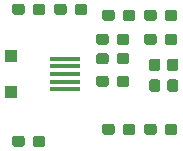
<source format=gbr>
G04 #@! TF.GenerationSoftware,KiCad,Pcbnew,5.1.4+dfsg1-1*
G04 #@! TF.CreationDate,2019-12-13T05:22:49-08:00*
G04 #@! TF.ProjectId,pmod-ftdi,706d6f64-2d66-4746-9469-2e6b69636164,rev?*
G04 #@! TF.SameCoordinates,PX5b906e0PY4a1f960*
G04 #@! TF.FileFunction,Paste,Top*
G04 #@! TF.FilePolarity,Positive*
%FSLAX46Y46*%
G04 Gerber Fmt 4.6, Leading zero omitted, Abs format (unit mm)*
G04 Created by KiCad (PCBNEW 5.1.4+dfsg1-1) date 2019-12-13 05:22:49*
%MOMM*%
%LPD*%
G04 APERTURE LIST*
%ADD10C,0.100000*%
%ADD11C,0.950000*%
%ADD12R,1.100000X1.100000*%
%ADD13R,2.650000X0.400000*%
G04 APERTURE END LIST*
D10*
G36*
X14901779Y-12226144D02*
G01*
X14924834Y-12229563D01*
X14947443Y-12235227D01*
X14969387Y-12243079D01*
X14990457Y-12253044D01*
X15010448Y-12265026D01*
X15029168Y-12278910D01*
X15046438Y-12294562D01*
X15062090Y-12311832D01*
X15075974Y-12330552D01*
X15087956Y-12350543D01*
X15097921Y-12371613D01*
X15105773Y-12393557D01*
X15111437Y-12416166D01*
X15114856Y-12439221D01*
X15116000Y-12462500D01*
X15116000Y-12937500D01*
X15114856Y-12960779D01*
X15111437Y-12983834D01*
X15105773Y-13006443D01*
X15097921Y-13028387D01*
X15087956Y-13049457D01*
X15075974Y-13069448D01*
X15062090Y-13088168D01*
X15046438Y-13105438D01*
X15029168Y-13121090D01*
X15010448Y-13134974D01*
X14990457Y-13146956D01*
X14969387Y-13156921D01*
X14947443Y-13164773D01*
X14924834Y-13170437D01*
X14901779Y-13173856D01*
X14878500Y-13175000D01*
X14303500Y-13175000D01*
X14280221Y-13173856D01*
X14257166Y-13170437D01*
X14234557Y-13164773D01*
X14212613Y-13156921D01*
X14191543Y-13146956D01*
X14171552Y-13134974D01*
X14152832Y-13121090D01*
X14135562Y-13105438D01*
X14119910Y-13088168D01*
X14106026Y-13069448D01*
X14094044Y-13049457D01*
X14084079Y-13028387D01*
X14076227Y-13006443D01*
X14070563Y-12983834D01*
X14067144Y-12960779D01*
X14066000Y-12937500D01*
X14066000Y-12462500D01*
X14067144Y-12439221D01*
X14070563Y-12416166D01*
X14076227Y-12393557D01*
X14084079Y-12371613D01*
X14094044Y-12350543D01*
X14106026Y-12330552D01*
X14119910Y-12311832D01*
X14135562Y-12294562D01*
X14152832Y-12278910D01*
X14171552Y-12265026D01*
X14191543Y-12253044D01*
X14212613Y-12243079D01*
X14234557Y-12235227D01*
X14257166Y-12229563D01*
X14280221Y-12226144D01*
X14303500Y-12225000D01*
X14878500Y-12225000D01*
X14901779Y-12226144D01*
X14901779Y-12226144D01*
G37*
D11*
X14591000Y-12700000D03*
D10*
G36*
X13151779Y-12226144D02*
G01*
X13174834Y-12229563D01*
X13197443Y-12235227D01*
X13219387Y-12243079D01*
X13240457Y-12253044D01*
X13260448Y-12265026D01*
X13279168Y-12278910D01*
X13296438Y-12294562D01*
X13312090Y-12311832D01*
X13325974Y-12330552D01*
X13337956Y-12350543D01*
X13347921Y-12371613D01*
X13355773Y-12393557D01*
X13361437Y-12416166D01*
X13364856Y-12439221D01*
X13366000Y-12462500D01*
X13366000Y-12937500D01*
X13364856Y-12960779D01*
X13361437Y-12983834D01*
X13355773Y-13006443D01*
X13347921Y-13028387D01*
X13337956Y-13049457D01*
X13325974Y-13069448D01*
X13312090Y-13088168D01*
X13296438Y-13105438D01*
X13279168Y-13121090D01*
X13260448Y-13134974D01*
X13240457Y-13146956D01*
X13219387Y-13156921D01*
X13197443Y-13164773D01*
X13174834Y-13170437D01*
X13151779Y-13173856D01*
X13128500Y-13175000D01*
X12553500Y-13175000D01*
X12530221Y-13173856D01*
X12507166Y-13170437D01*
X12484557Y-13164773D01*
X12462613Y-13156921D01*
X12441543Y-13146956D01*
X12421552Y-13134974D01*
X12402832Y-13121090D01*
X12385562Y-13105438D01*
X12369910Y-13088168D01*
X12356026Y-13069448D01*
X12344044Y-13049457D01*
X12334079Y-13028387D01*
X12326227Y-13006443D01*
X12320563Y-12983834D01*
X12317144Y-12960779D01*
X12316000Y-12937500D01*
X12316000Y-12462500D01*
X12317144Y-12439221D01*
X12320563Y-12416166D01*
X12326227Y-12393557D01*
X12334079Y-12371613D01*
X12344044Y-12350543D01*
X12356026Y-12330552D01*
X12369910Y-12311832D01*
X12385562Y-12294562D01*
X12402832Y-12278910D01*
X12421552Y-12265026D01*
X12441543Y-12253044D01*
X12462613Y-12243079D01*
X12484557Y-12235227D01*
X12507166Y-12229563D01*
X12530221Y-12226144D01*
X12553500Y-12225000D01*
X13128500Y-12225000D01*
X13151779Y-12226144D01*
X13151779Y-12226144D01*
G37*
D11*
X12841000Y-12700000D03*
D10*
G36*
X13151779Y-2574144D02*
G01*
X13174834Y-2577563D01*
X13197443Y-2583227D01*
X13219387Y-2591079D01*
X13240457Y-2601044D01*
X13260448Y-2613026D01*
X13279168Y-2626910D01*
X13296438Y-2642562D01*
X13312090Y-2659832D01*
X13325974Y-2678552D01*
X13337956Y-2698543D01*
X13347921Y-2719613D01*
X13355773Y-2741557D01*
X13361437Y-2764166D01*
X13364856Y-2787221D01*
X13366000Y-2810500D01*
X13366000Y-3285500D01*
X13364856Y-3308779D01*
X13361437Y-3331834D01*
X13355773Y-3354443D01*
X13347921Y-3376387D01*
X13337956Y-3397457D01*
X13325974Y-3417448D01*
X13312090Y-3436168D01*
X13296438Y-3453438D01*
X13279168Y-3469090D01*
X13260448Y-3482974D01*
X13240457Y-3494956D01*
X13219387Y-3504921D01*
X13197443Y-3512773D01*
X13174834Y-3518437D01*
X13151779Y-3521856D01*
X13128500Y-3523000D01*
X12553500Y-3523000D01*
X12530221Y-3521856D01*
X12507166Y-3518437D01*
X12484557Y-3512773D01*
X12462613Y-3504921D01*
X12441543Y-3494956D01*
X12421552Y-3482974D01*
X12402832Y-3469090D01*
X12385562Y-3453438D01*
X12369910Y-3436168D01*
X12356026Y-3417448D01*
X12344044Y-3397457D01*
X12334079Y-3376387D01*
X12326227Y-3354443D01*
X12320563Y-3331834D01*
X12317144Y-3308779D01*
X12316000Y-3285500D01*
X12316000Y-2810500D01*
X12317144Y-2787221D01*
X12320563Y-2764166D01*
X12326227Y-2741557D01*
X12334079Y-2719613D01*
X12344044Y-2698543D01*
X12356026Y-2678552D01*
X12369910Y-2659832D01*
X12385562Y-2642562D01*
X12402832Y-2626910D01*
X12421552Y-2613026D01*
X12441543Y-2601044D01*
X12462613Y-2591079D01*
X12484557Y-2583227D01*
X12507166Y-2577563D01*
X12530221Y-2574144D01*
X12553500Y-2573000D01*
X13128500Y-2573000D01*
X13151779Y-2574144D01*
X13151779Y-2574144D01*
G37*
D11*
X12841000Y-3048000D03*
D10*
G36*
X14901779Y-2574144D02*
G01*
X14924834Y-2577563D01*
X14947443Y-2583227D01*
X14969387Y-2591079D01*
X14990457Y-2601044D01*
X15010448Y-2613026D01*
X15029168Y-2626910D01*
X15046438Y-2642562D01*
X15062090Y-2659832D01*
X15075974Y-2678552D01*
X15087956Y-2698543D01*
X15097921Y-2719613D01*
X15105773Y-2741557D01*
X15111437Y-2764166D01*
X15114856Y-2787221D01*
X15116000Y-2810500D01*
X15116000Y-3285500D01*
X15114856Y-3308779D01*
X15111437Y-3331834D01*
X15105773Y-3354443D01*
X15097921Y-3376387D01*
X15087956Y-3397457D01*
X15075974Y-3417448D01*
X15062090Y-3436168D01*
X15046438Y-3453438D01*
X15029168Y-3469090D01*
X15010448Y-3482974D01*
X14990457Y-3494956D01*
X14969387Y-3504921D01*
X14947443Y-3512773D01*
X14924834Y-3518437D01*
X14901779Y-3521856D01*
X14878500Y-3523000D01*
X14303500Y-3523000D01*
X14280221Y-3521856D01*
X14257166Y-3518437D01*
X14234557Y-3512773D01*
X14212613Y-3504921D01*
X14191543Y-3494956D01*
X14171552Y-3482974D01*
X14152832Y-3469090D01*
X14135562Y-3453438D01*
X14119910Y-3436168D01*
X14106026Y-3417448D01*
X14094044Y-3397457D01*
X14084079Y-3376387D01*
X14076227Y-3354443D01*
X14070563Y-3331834D01*
X14067144Y-3308779D01*
X14066000Y-3285500D01*
X14066000Y-2810500D01*
X14067144Y-2787221D01*
X14070563Y-2764166D01*
X14076227Y-2741557D01*
X14084079Y-2719613D01*
X14094044Y-2698543D01*
X14106026Y-2678552D01*
X14119910Y-2659832D01*
X14135562Y-2642562D01*
X14152832Y-2626910D01*
X14171552Y-2613026D01*
X14191543Y-2601044D01*
X14212613Y-2591079D01*
X14234557Y-2583227D01*
X14257166Y-2577563D01*
X14280221Y-2574144D01*
X14303500Y-2573000D01*
X14878500Y-2573000D01*
X14901779Y-2574144D01*
X14901779Y-2574144D01*
G37*
D11*
X14591000Y-3048000D03*
D10*
G36*
X10837779Y-6257144D02*
G01*
X10860834Y-6260563D01*
X10883443Y-6266227D01*
X10905387Y-6274079D01*
X10926457Y-6284044D01*
X10946448Y-6296026D01*
X10965168Y-6309910D01*
X10982438Y-6325562D01*
X10998090Y-6342832D01*
X11011974Y-6361552D01*
X11023956Y-6381543D01*
X11033921Y-6402613D01*
X11041773Y-6424557D01*
X11047437Y-6447166D01*
X11050856Y-6470221D01*
X11052000Y-6493500D01*
X11052000Y-6968500D01*
X11050856Y-6991779D01*
X11047437Y-7014834D01*
X11041773Y-7037443D01*
X11033921Y-7059387D01*
X11023956Y-7080457D01*
X11011974Y-7100448D01*
X10998090Y-7119168D01*
X10982438Y-7136438D01*
X10965168Y-7152090D01*
X10946448Y-7165974D01*
X10926457Y-7177956D01*
X10905387Y-7187921D01*
X10883443Y-7195773D01*
X10860834Y-7201437D01*
X10837779Y-7204856D01*
X10814500Y-7206000D01*
X10239500Y-7206000D01*
X10216221Y-7204856D01*
X10193166Y-7201437D01*
X10170557Y-7195773D01*
X10148613Y-7187921D01*
X10127543Y-7177956D01*
X10107552Y-7165974D01*
X10088832Y-7152090D01*
X10071562Y-7136438D01*
X10055910Y-7119168D01*
X10042026Y-7100448D01*
X10030044Y-7080457D01*
X10020079Y-7059387D01*
X10012227Y-7037443D01*
X10006563Y-7014834D01*
X10003144Y-6991779D01*
X10002000Y-6968500D01*
X10002000Y-6493500D01*
X10003144Y-6470221D01*
X10006563Y-6447166D01*
X10012227Y-6424557D01*
X10020079Y-6402613D01*
X10030044Y-6381543D01*
X10042026Y-6361552D01*
X10055910Y-6342832D01*
X10071562Y-6325562D01*
X10088832Y-6309910D01*
X10107552Y-6296026D01*
X10127543Y-6284044D01*
X10148613Y-6274079D01*
X10170557Y-6266227D01*
X10193166Y-6260563D01*
X10216221Y-6257144D01*
X10239500Y-6256000D01*
X10814500Y-6256000D01*
X10837779Y-6257144D01*
X10837779Y-6257144D01*
G37*
D11*
X10527000Y-6731000D03*
D10*
G36*
X9087779Y-6257144D02*
G01*
X9110834Y-6260563D01*
X9133443Y-6266227D01*
X9155387Y-6274079D01*
X9176457Y-6284044D01*
X9196448Y-6296026D01*
X9215168Y-6309910D01*
X9232438Y-6325562D01*
X9248090Y-6342832D01*
X9261974Y-6361552D01*
X9273956Y-6381543D01*
X9283921Y-6402613D01*
X9291773Y-6424557D01*
X9297437Y-6447166D01*
X9300856Y-6470221D01*
X9302000Y-6493500D01*
X9302000Y-6968500D01*
X9300856Y-6991779D01*
X9297437Y-7014834D01*
X9291773Y-7037443D01*
X9283921Y-7059387D01*
X9273956Y-7080457D01*
X9261974Y-7100448D01*
X9248090Y-7119168D01*
X9232438Y-7136438D01*
X9215168Y-7152090D01*
X9196448Y-7165974D01*
X9176457Y-7177956D01*
X9155387Y-7187921D01*
X9133443Y-7195773D01*
X9110834Y-7201437D01*
X9087779Y-7204856D01*
X9064500Y-7206000D01*
X8489500Y-7206000D01*
X8466221Y-7204856D01*
X8443166Y-7201437D01*
X8420557Y-7195773D01*
X8398613Y-7187921D01*
X8377543Y-7177956D01*
X8357552Y-7165974D01*
X8338832Y-7152090D01*
X8321562Y-7136438D01*
X8305910Y-7119168D01*
X8292026Y-7100448D01*
X8280044Y-7080457D01*
X8270079Y-7059387D01*
X8262227Y-7037443D01*
X8256563Y-7014834D01*
X8253144Y-6991779D01*
X8252000Y-6968500D01*
X8252000Y-6493500D01*
X8253144Y-6470221D01*
X8256563Y-6447166D01*
X8262227Y-6424557D01*
X8270079Y-6402613D01*
X8280044Y-6381543D01*
X8292026Y-6361552D01*
X8305910Y-6342832D01*
X8321562Y-6325562D01*
X8338832Y-6309910D01*
X8357552Y-6296026D01*
X8377543Y-6284044D01*
X8398613Y-6274079D01*
X8420557Y-6266227D01*
X8443166Y-6260563D01*
X8466221Y-6257144D01*
X8489500Y-6256000D01*
X9064500Y-6256000D01*
X9087779Y-6257144D01*
X9087779Y-6257144D01*
G37*
D11*
X8777000Y-6731000D03*
D10*
G36*
X9087779Y-8162144D02*
G01*
X9110834Y-8165563D01*
X9133443Y-8171227D01*
X9155387Y-8179079D01*
X9176457Y-8189044D01*
X9196448Y-8201026D01*
X9215168Y-8214910D01*
X9232438Y-8230562D01*
X9248090Y-8247832D01*
X9261974Y-8266552D01*
X9273956Y-8286543D01*
X9283921Y-8307613D01*
X9291773Y-8329557D01*
X9297437Y-8352166D01*
X9300856Y-8375221D01*
X9302000Y-8398500D01*
X9302000Y-8873500D01*
X9300856Y-8896779D01*
X9297437Y-8919834D01*
X9291773Y-8942443D01*
X9283921Y-8964387D01*
X9273956Y-8985457D01*
X9261974Y-9005448D01*
X9248090Y-9024168D01*
X9232438Y-9041438D01*
X9215168Y-9057090D01*
X9196448Y-9070974D01*
X9176457Y-9082956D01*
X9155387Y-9092921D01*
X9133443Y-9100773D01*
X9110834Y-9106437D01*
X9087779Y-9109856D01*
X9064500Y-9111000D01*
X8489500Y-9111000D01*
X8466221Y-9109856D01*
X8443166Y-9106437D01*
X8420557Y-9100773D01*
X8398613Y-9092921D01*
X8377543Y-9082956D01*
X8357552Y-9070974D01*
X8338832Y-9057090D01*
X8321562Y-9041438D01*
X8305910Y-9024168D01*
X8292026Y-9005448D01*
X8280044Y-8985457D01*
X8270079Y-8964387D01*
X8262227Y-8942443D01*
X8256563Y-8919834D01*
X8253144Y-8896779D01*
X8252000Y-8873500D01*
X8252000Y-8398500D01*
X8253144Y-8375221D01*
X8256563Y-8352166D01*
X8262227Y-8329557D01*
X8270079Y-8307613D01*
X8280044Y-8286543D01*
X8292026Y-8266552D01*
X8305910Y-8247832D01*
X8321562Y-8230562D01*
X8338832Y-8214910D01*
X8357552Y-8201026D01*
X8377543Y-8189044D01*
X8398613Y-8179079D01*
X8420557Y-8171227D01*
X8443166Y-8165563D01*
X8466221Y-8162144D01*
X8489500Y-8161000D01*
X9064500Y-8161000D01*
X9087779Y-8162144D01*
X9087779Y-8162144D01*
G37*
D11*
X8777000Y-8636000D03*
D10*
G36*
X10837779Y-8162144D02*
G01*
X10860834Y-8165563D01*
X10883443Y-8171227D01*
X10905387Y-8179079D01*
X10926457Y-8189044D01*
X10946448Y-8201026D01*
X10965168Y-8214910D01*
X10982438Y-8230562D01*
X10998090Y-8247832D01*
X11011974Y-8266552D01*
X11023956Y-8286543D01*
X11033921Y-8307613D01*
X11041773Y-8329557D01*
X11047437Y-8352166D01*
X11050856Y-8375221D01*
X11052000Y-8398500D01*
X11052000Y-8873500D01*
X11050856Y-8896779D01*
X11047437Y-8919834D01*
X11041773Y-8942443D01*
X11033921Y-8964387D01*
X11023956Y-8985457D01*
X11011974Y-9005448D01*
X10998090Y-9024168D01*
X10982438Y-9041438D01*
X10965168Y-9057090D01*
X10946448Y-9070974D01*
X10926457Y-9082956D01*
X10905387Y-9092921D01*
X10883443Y-9100773D01*
X10860834Y-9106437D01*
X10837779Y-9109856D01*
X10814500Y-9111000D01*
X10239500Y-9111000D01*
X10216221Y-9109856D01*
X10193166Y-9106437D01*
X10170557Y-9100773D01*
X10148613Y-9092921D01*
X10127543Y-9082956D01*
X10107552Y-9070974D01*
X10088832Y-9057090D01*
X10071562Y-9041438D01*
X10055910Y-9024168D01*
X10042026Y-9005448D01*
X10030044Y-8985457D01*
X10020079Y-8964387D01*
X10012227Y-8942443D01*
X10006563Y-8919834D01*
X10003144Y-8896779D01*
X10002000Y-8873500D01*
X10002000Y-8398500D01*
X10003144Y-8375221D01*
X10006563Y-8352166D01*
X10012227Y-8329557D01*
X10020079Y-8307613D01*
X10030044Y-8286543D01*
X10042026Y-8266552D01*
X10055910Y-8247832D01*
X10071562Y-8230562D01*
X10088832Y-8214910D01*
X10107552Y-8201026D01*
X10127543Y-8189044D01*
X10148613Y-8179079D01*
X10170557Y-8171227D01*
X10193166Y-8165563D01*
X10216221Y-8162144D01*
X10239500Y-8161000D01*
X10814500Y-8161000D01*
X10837779Y-8162144D01*
X10837779Y-8162144D01*
G37*
D11*
X10527000Y-8636000D03*
D12*
X1028000Y-6516000D03*
X1028000Y-9516000D03*
D13*
X5588000Y-8016000D03*
X5588000Y-7366000D03*
X5588000Y-6716000D03*
X5588000Y-8666000D03*
X5588000Y-9316000D03*
D10*
G36*
X11345779Y-12226144D02*
G01*
X11368834Y-12229563D01*
X11391443Y-12235227D01*
X11413387Y-12243079D01*
X11434457Y-12253044D01*
X11454448Y-12265026D01*
X11473168Y-12278910D01*
X11490438Y-12294562D01*
X11506090Y-12311832D01*
X11519974Y-12330552D01*
X11531956Y-12350543D01*
X11541921Y-12371613D01*
X11549773Y-12393557D01*
X11555437Y-12416166D01*
X11558856Y-12439221D01*
X11560000Y-12462500D01*
X11560000Y-12937500D01*
X11558856Y-12960779D01*
X11555437Y-12983834D01*
X11549773Y-13006443D01*
X11541921Y-13028387D01*
X11531956Y-13049457D01*
X11519974Y-13069448D01*
X11506090Y-13088168D01*
X11490438Y-13105438D01*
X11473168Y-13121090D01*
X11454448Y-13134974D01*
X11434457Y-13146956D01*
X11413387Y-13156921D01*
X11391443Y-13164773D01*
X11368834Y-13170437D01*
X11345779Y-13173856D01*
X11322500Y-13175000D01*
X10747500Y-13175000D01*
X10724221Y-13173856D01*
X10701166Y-13170437D01*
X10678557Y-13164773D01*
X10656613Y-13156921D01*
X10635543Y-13146956D01*
X10615552Y-13134974D01*
X10596832Y-13121090D01*
X10579562Y-13105438D01*
X10563910Y-13088168D01*
X10550026Y-13069448D01*
X10538044Y-13049457D01*
X10528079Y-13028387D01*
X10520227Y-13006443D01*
X10514563Y-12983834D01*
X10511144Y-12960779D01*
X10510000Y-12937500D01*
X10510000Y-12462500D01*
X10511144Y-12439221D01*
X10514563Y-12416166D01*
X10520227Y-12393557D01*
X10528079Y-12371613D01*
X10538044Y-12350543D01*
X10550026Y-12330552D01*
X10563910Y-12311832D01*
X10579562Y-12294562D01*
X10596832Y-12278910D01*
X10615552Y-12265026D01*
X10635543Y-12253044D01*
X10656613Y-12243079D01*
X10678557Y-12235227D01*
X10701166Y-12229563D01*
X10724221Y-12226144D01*
X10747500Y-12225000D01*
X11322500Y-12225000D01*
X11345779Y-12226144D01*
X11345779Y-12226144D01*
G37*
D11*
X11035000Y-12700000D03*
D10*
G36*
X9595779Y-12226144D02*
G01*
X9618834Y-12229563D01*
X9641443Y-12235227D01*
X9663387Y-12243079D01*
X9684457Y-12253044D01*
X9704448Y-12265026D01*
X9723168Y-12278910D01*
X9740438Y-12294562D01*
X9756090Y-12311832D01*
X9769974Y-12330552D01*
X9781956Y-12350543D01*
X9791921Y-12371613D01*
X9799773Y-12393557D01*
X9805437Y-12416166D01*
X9808856Y-12439221D01*
X9810000Y-12462500D01*
X9810000Y-12937500D01*
X9808856Y-12960779D01*
X9805437Y-12983834D01*
X9799773Y-13006443D01*
X9791921Y-13028387D01*
X9781956Y-13049457D01*
X9769974Y-13069448D01*
X9756090Y-13088168D01*
X9740438Y-13105438D01*
X9723168Y-13121090D01*
X9704448Y-13134974D01*
X9684457Y-13146956D01*
X9663387Y-13156921D01*
X9641443Y-13164773D01*
X9618834Y-13170437D01*
X9595779Y-13173856D01*
X9572500Y-13175000D01*
X8997500Y-13175000D01*
X8974221Y-13173856D01*
X8951166Y-13170437D01*
X8928557Y-13164773D01*
X8906613Y-13156921D01*
X8885543Y-13146956D01*
X8865552Y-13134974D01*
X8846832Y-13121090D01*
X8829562Y-13105438D01*
X8813910Y-13088168D01*
X8800026Y-13069448D01*
X8788044Y-13049457D01*
X8778079Y-13028387D01*
X8770227Y-13006443D01*
X8764563Y-12983834D01*
X8761144Y-12960779D01*
X8760000Y-12937500D01*
X8760000Y-12462500D01*
X8761144Y-12439221D01*
X8764563Y-12416166D01*
X8770227Y-12393557D01*
X8778079Y-12371613D01*
X8788044Y-12350543D01*
X8800026Y-12330552D01*
X8813910Y-12311832D01*
X8829562Y-12294562D01*
X8846832Y-12278910D01*
X8865552Y-12265026D01*
X8885543Y-12253044D01*
X8906613Y-12243079D01*
X8928557Y-12235227D01*
X8951166Y-12229563D01*
X8974221Y-12226144D01*
X8997500Y-12225000D01*
X9572500Y-12225000D01*
X9595779Y-12226144D01*
X9595779Y-12226144D01*
G37*
D11*
X9285000Y-12700000D03*
D10*
G36*
X9595779Y-2574144D02*
G01*
X9618834Y-2577563D01*
X9641443Y-2583227D01*
X9663387Y-2591079D01*
X9684457Y-2601044D01*
X9704448Y-2613026D01*
X9723168Y-2626910D01*
X9740438Y-2642562D01*
X9756090Y-2659832D01*
X9769974Y-2678552D01*
X9781956Y-2698543D01*
X9791921Y-2719613D01*
X9799773Y-2741557D01*
X9805437Y-2764166D01*
X9808856Y-2787221D01*
X9810000Y-2810500D01*
X9810000Y-3285500D01*
X9808856Y-3308779D01*
X9805437Y-3331834D01*
X9799773Y-3354443D01*
X9791921Y-3376387D01*
X9781956Y-3397457D01*
X9769974Y-3417448D01*
X9756090Y-3436168D01*
X9740438Y-3453438D01*
X9723168Y-3469090D01*
X9704448Y-3482974D01*
X9684457Y-3494956D01*
X9663387Y-3504921D01*
X9641443Y-3512773D01*
X9618834Y-3518437D01*
X9595779Y-3521856D01*
X9572500Y-3523000D01*
X8997500Y-3523000D01*
X8974221Y-3521856D01*
X8951166Y-3518437D01*
X8928557Y-3512773D01*
X8906613Y-3504921D01*
X8885543Y-3494956D01*
X8865552Y-3482974D01*
X8846832Y-3469090D01*
X8829562Y-3453438D01*
X8813910Y-3436168D01*
X8800026Y-3417448D01*
X8788044Y-3397457D01*
X8778079Y-3376387D01*
X8770227Y-3354443D01*
X8764563Y-3331834D01*
X8761144Y-3308779D01*
X8760000Y-3285500D01*
X8760000Y-2810500D01*
X8761144Y-2787221D01*
X8764563Y-2764166D01*
X8770227Y-2741557D01*
X8778079Y-2719613D01*
X8788044Y-2698543D01*
X8800026Y-2678552D01*
X8813910Y-2659832D01*
X8829562Y-2642562D01*
X8846832Y-2626910D01*
X8865552Y-2613026D01*
X8885543Y-2601044D01*
X8906613Y-2591079D01*
X8928557Y-2583227D01*
X8951166Y-2577563D01*
X8974221Y-2574144D01*
X8997500Y-2573000D01*
X9572500Y-2573000D01*
X9595779Y-2574144D01*
X9595779Y-2574144D01*
G37*
D11*
X9285000Y-3048000D03*
D10*
G36*
X11345779Y-2574144D02*
G01*
X11368834Y-2577563D01*
X11391443Y-2583227D01*
X11413387Y-2591079D01*
X11434457Y-2601044D01*
X11454448Y-2613026D01*
X11473168Y-2626910D01*
X11490438Y-2642562D01*
X11506090Y-2659832D01*
X11519974Y-2678552D01*
X11531956Y-2698543D01*
X11541921Y-2719613D01*
X11549773Y-2741557D01*
X11555437Y-2764166D01*
X11558856Y-2787221D01*
X11560000Y-2810500D01*
X11560000Y-3285500D01*
X11558856Y-3308779D01*
X11555437Y-3331834D01*
X11549773Y-3354443D01*
X11541921Y-3376387D01*
X11531956Y-3397457D01*
X11519974Y-3417448D01*
X11506090Y-3436168D01*
X11490438Y-3453438D01*
X11473168Y-3469090D01*
X11454448Y-3482974D01*
X11434457Y-3494956D01*
X11413387Y-3504921D01*
X11391443Y-3512773D01*
X11368834Y-3518437D01*
X11345779Y-3521856D01*
X11322500Y-3523000D01*
X10747500Y-3523000D01*
X10724221Y-3521856D01*
X10701166Y-3518437D01*
X10678557Y-3512773D01*
X10656613Y-3504921D01*
X10635543Y-3494956D01*
X10615552Y-3482974D01*
X10596832Y-3469090D01*
X10579562Y-3453438D01*
X10563910Y-3436168D01*
X10550026Y-3417448D01*
X10538044Y-3397457D01*
X10528079Y-3376387D01*
X10520227Y-3354443D01*
X10514563Y-3331834D01*
X10511144Y-3308779D01*
X10510000Y-3285500D01*
X10510000Y-2810500D01*
X10511144Y-2787221D01*
X10514563Y-2764166D01*
X10520227Y-2741557D01*
X10528079Y-2719613D01*
X10538044Y-2698543D01*
X10550026Y-2678552D01*
X10563910Y-2659832D01*
X10579562Y-2642562D01*
X10596832Y-2626910D01*
X10615552Y-2613026D01*
X10635543Y-2601044D01*
X10656613Y-2591079D01*
X10678557Y-2583227D01*
X10701166Y-2577563D01*
X10724221Y-2574144D01*
X10747500Y-2573000D01*
X11322500Y-2573000D01*
X11345779Y-2574144D01*
X11345779Y-2574144D01*
G37*
D11*
X11035000Y-3048000D03*
D10*
G36*
X5531779Y-2066144D02*
G01*
X5554834Y-2069563D01*
X5577443Y-2075227D01*
X5599387Y-2083079D01*
X5620457Y-2093044D01*
X5640448Y-2105026D01*
X5659168Y-2118910D01*
X5676438Y-2134562D01*
X5692090Y-2151832D01*
X5705974Y-2170552D01*
X5717956Y-2190543D01*
X5727921Y-2211613D01*
X5735773Y-2233557D01*
X5741437Y-2256166D01*
X5744856Y-2279221D01*
X5746000Y-2302500D01*
X5746000Y-2777500D01*
X5744856Y-2800779D01*
X5741437Y-2823834D01*
X5735773Y-2846443D01*
X5727921Y-2868387D01*
X5717956Y-2889457D01*
X5705974Y-2909448D01*
X5692090Y-2928168D01*
X5676438Y-2945438D01*
X5659168Y-2961090D01*
X5640448Y-2974974D01*
X5620457Y-2986956D01*
X5599387Y-2996921D01*
X5577443Y-3004773D01*
X5554834Y-3010437D01*
X5531779Y-3013856D01*
X5508500Y-3015000D01*
X4933500Y-3015000D01*
X4910221Y-3013856D01*
X4887166Y-3010437D01*
X4864557Y-3004773D01*
X4842613Y-2996921D01*
X4821543Y-2986956D01*
X4801552Y-2974974D01*
X4782832Y-2961090D01*
X4765562Y-2945438D01*
X4749910Y-2928168D01*
X4736026Y-2909448D01*
X4724044Y-2889457D01*
X4714079Y-2868387D01*
X4706227Y-2846443D01*
X4700563Y-2823834D01*
X4697144Y-2800779D01*
X4696000Y-2777500D01*
X4696000Y-2302500D01*
X4697144Y-2279221D01*
X4700563Y-2256166D01*
X4706227Y-2233557D01*
X4714079Y-2211613D01*
X4724044Y-2190543D01*
X4736026Y-2170552D01*
X4749910Y-2151832D01*
X4765562Y-2134562D01*
X4782832Y-2118910D01*
X4801552Y-2105026D01*
X4821543Y-2093044D01*
X4842613Y-2083079D01*
X4864557Y-2075227D01*
X4887166Y-2069563D01*
X4910221Y-2066144D01*
X4933500Y-2065000D01*
X5508500Y-2065000D01*
X5531779Y-2066144D01*
X5531779Y-2066144D01*
G37*
D11*
X5221000Y-2540000D03*
D10*
G36*
X7281779Y-2066144D02*
G01*
X7304834Y-2069563D01*
X7327443Y-2075227D01*
X7349387Y-2083079D01*
X7370457Y-2093044D01*
X7390448Y-2105026D01*
X7409168Y-2118910D01*
X7426438Y-2134562D01*
X7442090Y-2151832D01*
X7455974Y-2170552D01*
X7467956Y-2190543D01*
X7477921Y-2211613D01*
X7485773Y-2233557D01*
X7491437Y-2256166D01*
X7494856Y-2279221D01*
X7496000Y-2302500D01*
X7496000Y-2777500D01*
X7494856Y-2800779D01*
X7491437Y-2823834D01*
X7485773Y-2846443D01*
X7477921Y-2868387D01*
X7467956Y-2889457D01*
X7455974Y-2909448D01*
X7442090Y-2928168D01*
X7426438Y-2945438D01*
X7409168Y-2961090D01*
X7390448Y-2974974D01*
X7370457Y-2986956D01*
X7349387Y-2996921D01*
X7327443Y-3004773D01*
X7304834Y-3010437D01*
X7281779Y-3013856D01*
X7258500Y-3015000D01*
X6683500Y-3015000D01*
X6660221Y-3013856D01*
X6637166Y-3010437D01*
X6614557Y-3004773D01*
X6592613Y-2996921D01*
X6571543Y-2986956D01*
X6551552Y-2974974D01*
X6532832Y-2961090D01*
X6515562Y-2945438D01*
X6499910Y-2928168D01*
X6486026Y-2909448D01*
X6474044Y-2889457D01*
X6464079Y-2868387D01*
X6456227Y-2846443D01*
X6450563Y-2823834D01*
X6447144Y-2800779D01*
X6446000Y-2777500D01*
X6446000Y-2302500D01*
X6447144Y-2279221D01*
X6450563Y-2256166D01*
X6456227Y-2233557D01*
X6464079Y-2211613D01*
X6474044Y-2190543D01*
X6486026Y-2170552D01*
X6499910Y-2151832D01*
X6515562Y-2134562D01*
X6532832Y-2118910D01*
X6551552Y-2105026D01*
X6571543Y-2093044D01*
X6592613Y-2083079D01*
X6614557Y-2075227D01*
X6637166Y-2069563D01*
X6660221Y-2066144D01*
X6683500Y-2065000D01*
X7258500Y-2065000D01*
X7281779Y-2066144D01*
X7281779Y-2066144D01*
G37*
D11*
X6971000Y-2540000D03*
D10*
G36*
X13468779Y-6729144D02*
G01*
X13491834Y-6732563D01*
X13514443Y-6738227D01*
X13536387Y-6746079D01*
X13557457Y-6756044D01*
X13577448Y-6768026D01*
X13596168Y-6781910D01*
X13613438Y-6797562D01*
X13629090Y-6814832D01*
X13642974Y-6833552D01*
X13654956Y-6853543D01*
X13664921Y-6874613D01*
X13672773Y-6896557D01*
X13678437Y-6919166D01*
X13681856Y-6942221D01*
X13683000Y-6965500D01*
X13683000Y-7540500D01*
X13681856Y-7563779D01*
X13678437Y-7586834D01*
X13672773Y-7609443D01*
X13664921Y-7631387D01*
X13654956Y-7652457D01*
X13642974Y-7672448D01*
X13629090Y-7691168D01*
X13613438Y-7708438D01*
X13596168Y-7724090D01*
X13577448Y-7737974D01*
X13557457Y-7749956D01*
X13536387Y-7759921D01*
X13514443Y-7767773D01*
X13491834Y-7773437D01*
X13468779Y-7776856D01*
X13445500Y-7778000D01*
X12970500Y-7778000D01*
X12947221Y-7776856D01*
X12924166Y-7773437D01*
X12901557Y-7767773D01*
X12879613Y-7759921D01*
X12858543Y-7749956D01*
X12838552Y-7737974D01*
X12819832Y-7724090D01*
X12802562Y-7708438D01*
X12786910Y-7691168D01*
X12773026Y-7672448D01*
X12761044Y-7652457D01*
X12751079Y-7631387D01*
X12743227Y-7609443D01*
X12737563Y-7586834D01*
X12734144Y-7563779D01*
X12733000Y-7540500D01*
X12733000Y-6965500D01*
X12734144Y-6942221D01*
X12737563Y-6919166D01*
X12743227Y-6896557D01*
X12751079Y-6874613D01*
X12761044Y-6853543D01*
X12773026Y-6833552D01*
X12786910Y-6814832D01*
X12802562Y-6797562D01*
X12819832Y-6781910D01*
X12838552Y-6768026D01*
X12858543Y-6756044D01*
X12879613Y-6746079D01*
X12901557Y-6738227D01*
X12924166Y-6732563D01*
X12947221Y-6729144D01*
X12970500Y-6728000D01*
X13445500Y-6728000D01*
X13468779Y-6729144D01*
X13468779Y-6729144D01*
G37*
D11*
X13208000Y-7253000D03*
D10*
G36*
X13468779Y-8479144D02*
G01*
X13491834Y-8482563D01*
X13514443Y-8488227D01*
X13536387Y-8496079D01*
X13557457Y-8506044D01*
X13577448Y-8518026D01*
X13596168Y-8531910D01*
X13613438Y-8547562D01*
X13629090Y-8564832D01*
X13642974Y-8583552D01*
X13654956Y-8603543D01*
X13664921Y-8624613D01*
X13672773Y-8646557D01*
X13678437Y-8669166D01*
X13681856Y-8692221D01*
X13683000Y-8715500D01*
X13683000Y-9290500D01*
X13681856Y-9313779D01*
X13678437Y-9336834D01*
X13672773Y-9359443D01*
X13664921Y-9381387D01*
X13654956Y-9402457D01*
X13642974Y-9422448D01*
X13629090Y-9441168D01*
X13613438Y-9458438D01*
X13596168Y-9474090D01*
X13577448Y-9487974D01*
X13557457Y-9499956D01*
X13536387Y-9509921D01*
X13514443Y-9517773D01*
X13491834Y-9523437D01*
X13468779Y-9526856D01*
X13445500Y-9528000D01*
X12970500Y-9528000D01*
X12947221Y-9526856D01*
X12924166Y-9523437D01*
X12901557Y-9517773D01*
X12879613Y-9509921D01*
X12858543Y-9499956D01*
X12838552Y-9487974D01*
X12819832Y-9474090D01*
X12802562Y-9458438D01*
X12786910Y-9441168D01*
X12773026Y-9422448D01*
X12761044Y-9402457D01*
X12751079Y-9381387D01*
X12743227Y-9359443D01*
X12737563Y-9336834D01*
X12734144Y-9313779D01*
X12733000Y-9290500D01*
X12733000Y-8715500D01*
X12734144Y-8692221D01*
X12737563Y-8669166D01*
X12743227Y-8646557D01*
X12751079Y-8624613D01*
X12761044Y-8603543D01*
X12773026Y-8583552D01*
X12786910Y-8564832D01*
X12802562Y-8547562D01*
X12819832Y-8531910D01*
X12838552Y-8518026D01*
X12858543Y-8506044D01*
X12879613Y-8496079D01*
X12901557Y-8488227D01*
X12924166Y-8482563D01*
X12947221Y-8479144D01*
X12970500Y-8478000D01*
X13445500Y-8478000D01*
X13468779Y-8479144D01*
X13468779Y-8479144D01*
G37*
D11*
X13208000Y-9003000D03*
D10*
G36*
X14992779Y-6729144D02*
G01*
X15015834Y-6732563D01*
X15038443Y-6738227D01*
X15060387Y-6746079D01*
X15081457Y-6756044D01*
X15101448Y-6768026D01*
X15120168Y-6781910D01*
X15137438Y-6797562D01*
X15153090Y-6814832D01*
X15166974Y-6833552D01*
X15178956Y-6853543D01*
X15188921Y-6874613D01*
X15196773Y-6896557D01*
X15202437Y-6919166D01*
X15205856Y-6942221D01*
X15207000Y-6965500D01*
X15207000Y-7540500D01*
X15205856Y-7563779D01*
X15202437Y-7586834D01*
X15196773Y-7609443D01*
X15188921Y-7631387D01*
X15178956Y-7652457D01*
X15166974Y-7672448D01*
X15153090Y-7691168D01*
X15137438Y-7708438D01*
X15120168Y-7724090D01*
X15101448Y-7737974D01*
X15081457Y-7749956D01*
X15060387Y-7759921D01*
X15038443Y-7767773D01*
X15015834Y-7773437D01*
X14992779Y-7776856D01*
X14969500Y-7778000D01*
X14494500Y-7778000D01*
X14471221Y-7776856D01*
X14448166Y-7773437D01*
X14425557Y-7767773D01*
X14403613Y-7759921D01*
X14382543Y-7749956D01*
X14362552Y-7737974D01*
X14343832Y-7724090D01*
X14326562Y-7708438D01*
X14310910Y-7691168D01*
X14297026Y-7672448D01*
X14285044Y-7652457D01*
X14275079Y-7631387D01*
X14267227Y-7609443D01*
X14261563Y-7586834D01*
X14258144Y-7563779D01*
X14257000Y-7540500D01*
X14257000Y-6965500D01*
X14258144Y-6942221D01*
X14261563Y-6919166D01*
X14267227Y-6896557D01*
X14275079Y-6874613D01*
X14285044Y-6853543D01*
X14297026Y-6833552D01*
X14310910Y-6814832D01*
X14326562Y-6797562D01*
X14343832Y-6781910D01*
X14362552Y-6768026D01*
X14382543Y-6756044D01*
X14403613Y-6746079D01*
X14425557Y-6738227D01*
X14448166Y-6732563D01*
X14471221Y-6729144D01*
X14494500Y-6728000D01*
X14969500Y-6728000D01*
X14992779Y-6729144D01*
X14992779Y-6729144D01*
G37*
D11*
X14732000Y-7253000D03*
D10*
G36*
X14992779Y-8479144D02*
G01*
X15015834Y-8482563D01*
X15038443Y-8488227D01*
X15060387Y-8496079D01*
X15081457Y-8506044D01*
X15101448Y-8518026D01*
X15120168Y-8531910D01*
X15137438Y-8547562D01*
X15153090Y-8564832D01*
X15166974Y-8583552D01*
X15178956Y-8603543D01*
X15188921Y-8624613D01*
X15196773Y-8646557D01*
X15202437Y-8669166D01*
X15205856Y-8692221D01*
X15207000Y-8715500D01*
X15207000Y-9290500D01*
X15205856Y-9313779D01*
X15202437Y-9336834D01*
X15196773Y-9359443D01*
X15188921Y-9381387D01*
X15178956Y-9402457D01*
X15166974Y-9422448D01*
X15153090Y-9441168D01*
X15137438Y-9458438D01*
X15120168Y-9474090D01*
X15101448Y-9487974D01*
X15081457Y-9499956D01*
X15060387Y-9509921D01*
X15038443Y-9517773D01*
X15015834Y-9523437D01*
X14992779Y-9526856D01*
X14969500Y-9528000D01*
X14494500Y-9528000D01*
X14471221Y-9526856D01*
X14448166Y-9523437D01*
X14425557Y-9517773D01*
X14403613Y-9509921D01*
X14382543Y-9499956D01*
X14362552Y-9487974D01*
X14343832Y-9474090D01*
X14326562Y-9458438D01*
X14310910Y-9441168D01*
X14297026Y-9422448D01*
X14285044Y-9402457D01*
X14275079Y-9381387D01*
X14267227Y-9359443D01*
X14261563Y-9336834D01*
X14258144Y-9313779D01*
X14257000Y-9290500D01*
X14257000Y-8715500D01*
X14258144Y-8692221D01*
X14261563Y-8669166D01*
X14267227Y-8646557D01*
X14275079Y-8624613D01*
X14285044Y-8603543D01*
X14297026Y-8583552D01*
X14310910Y-8564832D01*
X14326562Y-8547562D01*
X14343832Y-8531910D01*
X14362552Y-8518026D01*
X14382543Y-8506044D01*
X14403613Y-8496079D01*
X14425557Y-8488227D01*
X14448166Y-8482563D01*
X14471221Y-8479144D01*
X14494500Y-8478000D01*
X14969500Y-8478000D01*
X14992779Y-8479144D01*
X14992779Y-8479144D01*
G37*
D11*
X14732000Y-9003000D03*
D10*
G36*
X1975779Y-2066144D02*
G01*
X1998834Y-2069563D01*
X2021443Y-2075227D01*
X2043387Y-2083079D01*
X2064457Y-2093044D01*
X2084448Y-2105026D01*
X2103168Y-2118910D01*
X2120438Y-2134562D01*
X2136090Y-2151832D01*
X2149974Y-2170552D01*
X2161956Y-2190543D01*
X2171921Y-2211613D01*
X2179773Y-2233557D01*
X2185437Y-2256166D01*
X2188856Y-2279221D01*
X2190000Y-2302500D01*
X2190000Y-2777500D01*
X2188856Y-2800779D01*
X2185437Y-2823834D01*
X2179773Y-2846443D01*
X2171921Y-2868387D01*
X2161956Y-2889457D01*
X2149974Y-2909448D01*
X2136090Y-2928168D01*
X2120438Y-2945438D01*
X2103168Y-2961090D01*
X2084448Y-2974974D01*
X2064457Y-2986956D01*
X2043387Y-2996921D01*
X2021443Y-3004773D01*
X1998834Y-3010437D01*
X1975779Y-3013856D01*
X1952500Y-3015000D01*
X1377500Y-3015000D01*
X1354221Y-3013856D01*
X1331166Y-3010437D01*
X1308557Y-3004773D01*
X1286613Y-2996921D01*
X1265543Y-2986956D01*
X1245552Y-2974974D01*
X1226832Y-2961090D01*
X1209562Y-2945438D01*
X1193910Y-2928168D01*
X1180026Y-2909448D01*
X1168044Y-2889457D01*
X1158079Y-2868387D01*
X1150227Y-2846443D01*
X1144563Y-2823834D01*
X1141144Y-2800779D01*
X1140000Y-2777500D01*
X1140000Y-2302500D01*
X1141144Y-2279221D01*
X1144563Y-2256166D01*
X1150227Y-2233557D01*
X1158079Y-2211613D01*
X1168044Y-2190543D01*
X1180026Y-2170552D01*
X1193910Y-2151832D01*
X1209562Y-2134562D01*
X1226832Y-2118910D01*
X1245552Y-2105026D01*
X1265543Y-2093044D01*
X1286613Y-2083079D01*
X1308557Y-2075227D01*
X1331166Y-2069563D01*
X1354221Y-2066144D01*
X1377500Y-2065000D01*
X1952500Y-2065000D01*
X1975779Y-2066144D01*
X1975779Y-2066144D01*
G37*
D11*
X1665000Y-2540000D03*
D10*
G36*
X3725779Y-2066144D02*
G01*
X3748834Y-2069563D01*
X3771443Y-2075227D01*
X3793387Y-2083079D01*
X3814457Y-2093044D01*
X3834448Y-2105026D01*
X3853168Y-2118910D01*
X3870438Y-2134562D01*
X3886090Y-2151832D01*
X3899974Y-2170552D01*
X3911956Y-2190543D01*
X3921921Y-2211613D01*
X3929773Y-2233557D01*
X3935437Y-2256166D01*
X3938856Y-2279221D01*
X3940000Y-2302500D01*
X3940000Y-2777500D01*
X3938856Y-2800779D01*
X3935437Y-2823834D01*
X3929773Y-2846443D01*
X3921921Y-2868387D01*
X3911956Y-2889457D01*
X3899974Y-2909448D01*
X3886090Y-2928168D01*
X3870438Y-2945438D01*
X3853168Y-2961090D01*
X3834448Y-2974974D01*
X3814457Y-2986956D01*
X3793387Y-2996921D01*
X3771443Y-3004773D01*
X3748834Y-3010437D01*
X3725779Y-3013856D01*
X3702500Y-3015000D01*
X3127500Y-3015000D01*
X3104221Y-3013856D01*
X3081166Y-3010437D01*
X3058557Y-3004773D01*
X3036613Y-2996921D01*
X3015543Y-2986956D01*
X2995552Y-2974974D01*
X2976832Y-2961090D01*
X2959562Y-2945438D01*
X2943910Y-2928168D01*
X2930026Y-2909448D01*
X2918044Y-2889457D01*
X2908079Y-2868387D01*
X2900227Y-2846443D01*
X2894563Y-2823834D01*
X2891144Y-2800779D01*
X2890000Y-2777500D01*
X2890000Y-2302500D01*
X2891144Y-2279221D01*
X2894563Y-2256166D01*
X2900227Y-2233557D01*
X2908079Y-2211613D01*
X2918044Y-2190543D01*
X2930026Y-2170552D01*
X2943910Y-2151832D01*
X2959562Y-2134562D01*
X2976832Y-2118910D01*
X2995552Y-2105026D01*
X3015543Y-2093044D01*
X3036613Y-2083079D01*
X3058557Y-2075227D01*
X3081166Y-2069563D01*
X3104221Y-2066144D01*
X3127500Y-2065000D01*
X3702500Y-2065000D01*
X3725779Y-2066144D01*
X3725779Y-2066144D01*
G37*
D11*
X3415000Y-2540000D03*
D10*
G36*
X9087779Y-4606144D02*
G01*
X9110834Y-4609563D01*
X9133443Y-4615227D01*
X9155387Y-4623079D01*
X9176457Y-4633044D01*
X9196448Y-4645026D01*
X9215168Y-4658910D01*
X9232438Y-4674562D01*
X9248090Y-4691832D01*
X9261974Y-4710552D01*
X9273956Y-4730543D01*
X9283921Y-4751613D01*
X9291773Y-4773557D01*
X9297437Y-4796166D01*
X9300856Y-4819221D01*
X9302000Y-4842500D01*
X9302000Y-5317500D01*
X9300856Y-5340779D01*
X9297437Y-5363834D01*
X9291773Y-5386443D01*
X9283921Y-5408387D01*
X9273956Y-5429457D01*
X9261974Y-5449448D01*
X9248090Y-5468168D01*
X9232438Y-5485438D01*
X9215168Y-5501090D01*
X9196448Y-5514974D01*
X9176457Y-5526956D01*
X9155387Y-5536921D01*
X9133443Y-5544773D01*
X9110834Y-5550437D01*
X9087779Y-5553856D01*
X9064500Y-5555000D01*
X8489500Y-5555000D01*
X8466221Y-5553856D01*
X8443166Y-5550437D01*
X8420557Y-5544773D01*
X8398613Y-5536921D01*
X8377543Y-5526956D01*
X8357552Y-5514974D01*
X8338832Y-5501090D01*
X8321562Y-5485438D01*
X8305910Y-5468168D01*
X8292026Y-5449448D01*
X8280044Y-5429457D01*
X8270079Y-5408387D01*
X8262227Y-5386443D01*
X8256563Y-5363834D01*
X8253144Y-5340779D01*
X8252000Y-5317500D01*
X8252000Y-4842500D01*
X8253144Y-4819221D01*
X8256563Y-4796166D01*
X8262227Y-4773557D01*
X8270079Y-4751613D01*
X8280044Y-4730543D01*
X8292026Y-4710552D01*
X8305910Y-4691832D01*
X8321562Y-4674562D01*
X8338832Y-4658910D01*
X8357552Y-4645026D01*
X8377543Y-4633044D01*
X8398613Y-4623079D01*
X8420557Y-4615227D01*
X8443166Y-4609563D01*
X8466221Y-4606144D01*
X8489500Y-4605000D01*
X9064500Y-4605000D01*
X9087779Y-4606144D01*
X9087779Y-4606144D01*
G37*
D11*
X8777000Y-5080000D03*
D10*
G36*
X10837779Y-4606144D02*
G01*
X10860834Y-4609563D01*
X10883443Y-4615227D01*
X10905387Y-4623079D01*
X10926457Y-4633044D01*
X10946448Y-4645026D01*
X10965168Y-4658910D01*
X10982438Y-4674562D01*
X10998090Y-4691832D01*
X11011974Y-4710552D01*
X11023956Y-4730543D01*
X11033921Y-4751613D01*
X11041773Y-4773557D01*
X11047437Y-4796166D01*
X11050856Y-4819221D01*
X11052000Y-4842500D01*
X11052000Y-5317500D01*
X11050856Y-5340779D01*
X11047437Y-5363834D01*
X11041773Y-5386443D01*
X11033921Y-5408387D01*
X11023956Y-5429457D01*
X11011974Y-5449448D01*
X10998090Y-5468168D01*
X10982438Y-5485438D01*
X10965168Y-5501090D01*
X10946448Y-5514974D01*
X10926457Y-5526956D01*
X10905387Y-5536921D01*
X10883443Y-5544773D01*
X10860834Y-5550437D01*
X10837779Y-5553856D01*
X10814500Y-5555000D01*
X10239500Y-5555000D01*
X10216221Y-5553856D01*
X10193166Y-5550437D01*
X10170557Y-5544773D01*
X10148613Y-5536921D01*
X10127543Y-5526956D01*
X10107552Y-5514974D01*
X10088832Y-5501090D01*
X10071562Y-5485438D01*
X10055910Y-5468168D01*
X10042026Y-5449448D01*
X10030044Y-5429457D01*
X10020079Y-5408387D01*
X10012227Y-5386443D01*
X10006563Y-5363834D01*
X10003144Y-5340779D01*
X10002000Y-5317500D01*
X10002000Y-4842500D01*
X10003144Y-4819221D01*
X10006563Y-4796166D01*
X10012227Y-4773557D01*
X10020079Y-4751613D01*
X10030044Y-4730543D01*
X10042026Y-4710552D01*
X10055910Y-4691832D01*
X10071562Y-4674562D01*
X10088832Y-4658910D01*
X10107552Y-4645026D01*
X10127543Y-4633044D01*
X10148613Y-4623079D01*
X10170557Y-4615227D01*
X10193166Y-4609563D01*
X10216221Y-4606144D01*
X10239500Y-4605000D01*
X10814500Y-4605000D01*
X10837779Y-4606144D01*
X10837779Y-4606144D01*
G37*
D11*
X10527000Y-5080000D03*
D10*
G36*
X1975779Y-13242144D02*
G01*
X1998834Y-13245563D01*
X2021443Y-13251227D01*
X2043387Y-13259079D01*
X2064457Y-13269044D01*
X2084448Y-13281026D01*
X2103168Y-13294910D01*
X2120438Y-13310562D01*
X2136090Y-13327832D01*
X2149974Y-13346552D01*
X2161956Y-13366543D01*
X2171921Y-13387613D01*
X2179773Y-13409557D01*
X2185437Y-13432166D01*
X2188856Y-13455221D01*
X2190000Y-13478500D01*
X2190000Y-13953500D01*
X2188856Y-13976779D01*
X2185437Y-13999834D01*
X2179773Y-14022443D01*
X2171921Y-14044387D01*
X2161956Y-14065457D01*
X2149974Y-14085448D01*
X2136090Y-14104168D01*
X2120438Y-14121438D01*
X2103168Y-14137090D01*
X2084448Y-14150974D01*
X2064457Y-14162956D01*
X2043387Y-14172921D01*
X2021443Y-14180773D01*
X1998834Y-14186437D01*
X1975779Y-14189856D01*
X1952500Y-14191000D01*
X1377500Y-14191000D01*
X1354221Y-14189856D01*
X1331166Y-14186437D01*
X1308557Y-14180773D01*
X1286613Y-14172921D01*
X1265543Y-14162956D01*
X1245552Y-14150974D01*
X1226832Y-14137090D01*
X1209562Y-14121438D01*
X1193910Y-14104168D01*
X1180026Y-14085448D01*
X1168044Y-14065457D01*
X1158079Y-14044387D01*
X1150227Y-14022443D01*
X1144563Y-13999834D01*
X1141144Y-13976779D01*
X1140000Y-13953500D01*
X1140000Y-13478500D01*
X1141144Y-13455221D01*
X1144563Y-13432166D01*
X1150227Y-13409557D01*
X1158079Y-13387613D01*
X1168044Y-13366543D01*
X1180026Y-13346552D01*
X1193910Y-13327832D01*
X1209562Y-13310562D01*
X1226832Y-13294910D01*
X1245552Y-13281026D01*
X1265543Y-13269044D01*
X1286613Y-13259079D01*
X1308557Y-13251227D01*
X1331166Y-13245563D01*
X1354221Y-13242144D01*
X1377500Y-13241000D01*
X1952500Y-13241000D01*
X1975779Y-13242144D01*
X1975779Y-13242144D01*
G37*
D11*
X1665000Y-13716000D03*
D10*
G36*
X3725779Y-13242144D02*
G01*
X3748834Y-13245563D01*
X3771443Y-13251227D01*
X3793387Y-13259079D01*
X3814457Y-13269044D01*
X3834448Y-13281026D01*
X3853168Y-13294910D01*
X3870438Y-13310562D01*
X3886090Y-13327832D01*
X3899974Y-13346552D01*
X3911956Y-13366543D01*
X3921921Y-13387613D01*
X3929773Y-13409557D01*
X3935437Y-13432166D01*
X3938856Y-13455221D01*
X3940000Y-13478500D01*
X3940000Y-13953500D01*
X3938856Y-13976779D01*
X3935437Y-13999834D01*
X3929773Y-14022443D01*
X3921921Y-14044387D01*
X3911956Y-14065457D01*
X3899974Y-14085448D01*
X3886090Y-14104168D01*
X3870438Y-14121438D01*
X3853168Y-14137090D01*
X3834448Y-14150974D01*
X3814457Y-14162956D01*
X3793387Y-14172921D01*
X3771443Y-14180773D01*
X3748834Y-14186437D01*
X3725779Y-14189856D01*
X3702500Y-14191000D01*
X3127500Y-14191000D01*
X3104221Y-14189856D01*
X3081166Y-14186437D01*
X3058557Y-14180773D01*
X3036613Y-14172921D01*
X3015543Y-14162956D01*
X2995552Y-14150974D01*
X2976832Y-14137090D01*
X2959562Y-14121438D01*
X2943910Y-14104168D01*
X2930026Y-14085448D01*
X2918044Y-14065457D01*
X2908079Y-14044387D01*
X2900227Y-14022443D01*
X2894563Y-13999834D01*
X2891144Y-13976779D01*
X2890000Y-13953500D01*
X2890000Y-13478500D01*
X2891144Y-13455221D01*
X2894563Y-13432166D01*
X2900227Y-13409557D01*
X2908079Y-13387613D01*
X2918044Y-13366543D01*
X2930026Y-13346552D01*
X2943910Y-13327832D01*
X2959562Y-13310562D01*
X2976832Y-13294910D01*
X2995552Y-13281026D01*
X3015543Y-13269044D01*
X3036613Y-13259079D01*
X3058557Y-13251227D01*
X3081166Y-13245563D01*
X3104221Y-13242144D01*
X3127500Y-13241000D01*
X3702500Y-13241000D01*
X3725779Y-13242144D01*
X3725779Y-13242144D01*
G37*
D11*
X3415000Y-13716000D03*
D10*
G36*
X14901779Y-4606144D02*
G01*
X14924834Y-4609563D01*
X14947443Y-4615227D01*
X14969387Y-4623079D01*
X14990457Y-4633044D01*
X15010448Y-4645026D01*
X15029168Y-4658910D01*
X15046438Y-4674562D01*
X15062090Y-4691832D01*
X15075974Y-4710552D01*
X15087956Y-4730543D01*
X15097921Y-4751613D01*
X15105773Y-4773557D01*
X15111437Y-4796166D01*
X15114856Y-4819221D01*
X15116000Y-4842500D01*
X15116000Y-5317500D01*
X15114856Y-5340779D01*
X15111437Y-5363834D01*
X15105773Y-5386443D01*
X15097921Y-5408387D01*
X15087956Y-5429457D01*
X15075974Y-5449448D01*
X15062090Y-5468168D01*
X15046438Y-5485438D01*
X15029168Y-5501090D01*
X15010448Y-5514974D01*
X14990457Y-5526956D01*
X14969387Y-5536921D01*
X14947443Y-5544773D01*
X14924834Y-5550437D01*
X14901779Y-5553856D01*
X14878500Y-5555000D01*
X14303500Y-5555000D01*
X14280221Y-5553856D01*
X14257166Y-5550437D01*
X14234557Y-5544773D01*
X14212613Y-5536921D01*
X14191543Y-5526956D01*
X14171552Y-5514974D01*
X14152832Y-5501090D01*
X14135562Y-5485438D01*
X14119910Y-5468168D01*
X14106026Y-5449448D01*
X14094044Y-5429457D01*
X14084079Y-5408387D01*
X14076227Y-5386443D01*
X14070563Y-5363834D01*
X14067144Y-5340779D01*
X14066000Y-5317500D01*
X14066000Y-4842500D01*
X14067144Y-4819221D01*
X14070563Y-4796166D01*
X14076227Y-4773557D01*
X14084079Y-4751613D01*
X14094044Y-4730543D01*
X14106026Y-4710552D01*
X14119910Y-4691832D01*
X14135562Y-4674562D01*
X14152832Y-4658910D01*
X14171552Y-4645026D01*
X14191543Y-4633044D01*
X14212613Y-4623079D01*
X14234557Y-4615227D01*
X14257166Y-4609563D01*
X14280221Y-4606144D01*
X14303500Y-4605000D01*
X14878500Y-4605000D01*
X14901779Y-4606144D01*
X14901779Y-4606144D01*
G37*
D11*
X14591000Y-5080000D03*
D10*
G36*
X13151779Y-4606144D02*
G01*
X13174834Y-4609563D01*
X13197443Y-4615227D01*
X13219387Y-4623079D01*
X13240457Y-4633044D01*
X13260448Y-4645026D01*
X13279168Y-4658910D01*
X13296438Y-4674562D01*
X13312090Y-4691832D01*
X13325974Y-4710552D01*
X13337956Y-4730543D01*
X13347921Y-4751613D01*
X13355773Y-4773557D01*
X13361437Y-4796166D01*
X13364856Y-4819221D01*
X13366000Y-4842500D01*
X13366000Y-5317500D01*
X13364856Y-5340779D01*
X13361437Y-5363834D01*
X13355773Y-5386443D01*
X13347921Y-5408387D01*
X13337956Y-5429457D01*
X13325974Y-5449448D01*
X13312090Y-5468168D01*
X13296438Y-5485438D01*
X13279168Y-5501090D01*
X13260448Y-5514974D01*
X13240457Y-5526956D01*
X13219387Y-5536921D01*
X13197443Y-5544773D01*
X13174834Y-5550437D01*
X13151779Y-5553856D01*
X13128500Y-5555000D01*
X12553500Y-5555000D01*
X12530221Y-5553856D01*
X12507166Y-5550437D01*
X12484557Y-5544773D01*
X12462613Y-5536921D01*
X12441543Y-5526956D01*
X12421552Y-5514974D01*
X12402832Y-5501090D01*
X12385562Y-5485438D01*
X12369910Y-5468168D01*
X12356026Y-5449448D01*
X12344044Y-5429457D01*
X12334079Y-5408387D01*
X12326227Y-5386443D01*
X12320563Y-5363834D01*
X12317144Y-5340779D01*
X12316000Y-5317500D01*
X12316000Y-4842500D01*
X12317144Y-4819221D01*
X12320563Y-4796166D01*
X12326227Y-4773557D01*
X12334079Y-4751613D01*
X12344044Y-4730543D01*
X12356026Y-4710552D01*
X12369910Y-4691832D01*
X12385562Y-4674562D01*
X12402832Y-4658910D01*
X12421552Y-4645026D01*
X12441543Y-4633044D01*
X12462613Y-4623079D01*
X12484557Y-4615227D01*
X12507166Y-4609563D01*
X12530221Y-4606144D01*
X12553500Y-4605000D01*
X13128500Y-4605000D01*
X13151779Y-4606144D01*
X13151779Y-4606144D01*
G37*
D11*
X12841000Y-5080000D03*
M02*

</source>
